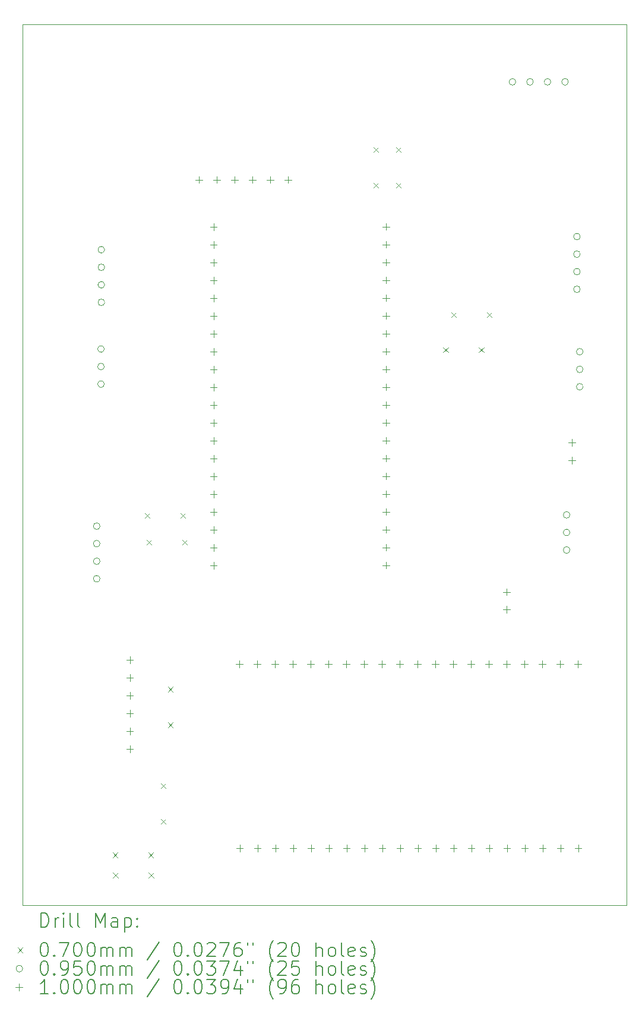
<source format=gbr>
%TF.GenerationSoftware,KiCad,Pcbnew,8.0.8-8.0.8-0~ubuntu24.04.1*%
%TF.CreationDate,2025-01-19T21:36:14-03:00*%
%TF.ProjectId,conection,636f6e65-6374-4696-9f6e-2e6b69636164,rev?*%
%TF.SameCoordinates,Original*%
%TF.FileFunction,Drillmap*%
%TF.FilePolarity,Positive*%
%FSLAX45Y45*%
G04 Gerber Fmt 4.5, Leading zero omitted, Abs format (unit mm)*
G04 Created by KiCad (PCBNEW 8.0.8-8.0.8-0~ubuntu24.04.1) date 2025-01-19 21:36:14*
%MOMM*%
%LPD*%
G01*
G04 APERTURE LIST*
%ADD10C,0.050000*%
%ADD11C,0.200000*%
%ADD12C,0.100000*%
G04 APERTURE END LIST*
D10*
X7698000Y-2830000D02*
X16305000Y-2830000D01*
X16305000Y-15380000D01*
X7698000Y-15380000D01*
X7698000Y-2830000D01*
D11*
D12*
X8980000Y-14632000D02*
X9050000Y-14702000D01*
X9050000Y-14632000D02*
X8980000Y-14702000D01*
X8985000Y-14919000D02*
X9055000Y-14989000D01*
X9055000Y-14919000D02*
X8985000Y-14989000D01*
X9435000Y-9796000D02*
X9505000Y-9866000D01*
X9505000Y-9796000D02*
X9435000Y-9866000D01*
X9464000Y-10177000D02*
X9534000Y-10247000D01*
X9534000Y-10177000D02*
X9464000Y-10247000D01*
X9488000Y-14632000D02*
X9558000Y-14702000D01*
X9558000Y-14632000D02*
X9488000Y-14702000D01*
X9493000Y-14919000D02*
X9563000Y-14989000D01*
X9563000Y-14919000D02*
X9493000Y-14989000D01*
X9663000Y-13646000D02*
X9733000Y-13716000D01*
X9733000Y-13646000D02*
X9663000Y-13716000D01*
X9663000Y-14154000D02*
X9733000Y-14224000D01*
X9733000Y-14154000D02*
X9663000Y-14224000D01*
X9770000Y-12269000D02*
X9840000Y-12339000D01*
X9840000Y-12269000D02*
X9770000Y-12339000D01*
X9770000Y-12777000D02*
X9840000Y-12847000D01*
X9840000Y-12777000D02*
X9770000Y-12847000D01*
X9943000Y-9796000D02*
X10013000Y-9866000D01*
X10013000Y-9796000D02*
X9943000Y-9866000D01*
X9972000Y-10177000D02*
X10042000Y-10247000D01*
X10042000Y-10177000D02*
X9972000Y-10247000D01*
X12700000Y-4577000D02*
X12770000Y-4647000D01*
X12770000Y-4577000D02*
X12700000Y-4647000D01*
X12700000Y-5085000D02*
X12770000Y-5155000D01*
X12770000Y-5085000D02*
X12700000Y-5155000D01*
X13020000Y-4576000D02*
X13090000Y-4646000D01*
X13090000Y-4576000D02*
X13020000Y-4646000D01*
X13020000Y-5084000D02*
X13090000Y-5154000D01*
X13090000Y-5084000D02*
X13020000Y-5154000D01*
X13691000Y-7433000D02*
X13761000Y-7503000D01*
X13761000Y-7433000D02*
X13691000Y-7503000D01*
X13804000Y-6931000D02*
X13874000Y-7001000D01*
X13874000Y-6931000D02*
X13804000Y-7001000D01*
X14199000Y-7433000D02*
X14269000Y-7503000D01*
X14269000Y-7433000D02*
X14199000Y-7503000D01*
X14312000Y-6931000D02*
X14382000Y-7001000D01*
X14382000Y-6931000D02*
X14312000Y-7001000D01*
X8798500Y-9979000D02*
G75*
G02*
X8703500Y-9979000I-47500J0D01*
G01*
X8703500Y-9979000D02*
G75*
G02*
X8798500Y-9979000I47500J0D01*
G01*
X8798500Y-10229000D02*
G75*
G02*
X8703500Y-10229000I-47500J0D01*
G01*
X8703500Y-10229000D02*
G75*
G02*
X8798500Y-10229000I47500J0D01*
G01*
X8798500Y-10479000D02*
G75*
G02*
X8703500Y-10479000I-47500J0D01*
G01*
X8703500Y-10479000D02*
G75*
G02*
X8798500Y-10479000I47500J0D01*
G01*
X8798500Y-10729000D02*
G75*
G02*
X8703500Y-10729000I-47500J0D01*
G01*
X8703500Y-10729000D02*
G75*
G02*
X8798500Y-10729000I47500J0D01*
G01*
X8859500Y-7454000D02*
G75*
G02*
X8764500Y-7454000I-47500J0D01*
G01*
X8764500Y-7454000D02*
G75*
G02*
X8859500Y-7454000I47500J0D01*
G01*
X8859500Y-7704000D02*
G75*
G02*
X8764500Y-7704000I-47500J0D01*
G01*
X8764500Y-7704000D02*
G75*
G02*
X8859500Y-7704000I47500J0D01*
G01*
X8859500Y-7954000D02*
G75*
G02*
X8764500Y-7954000I-47500J0D01*
G01*
X8764500Y-7954000D02*
G75*
G02*
X8859500Y-7954000I47500J0D01*
G01*
X8864500Y-6039000D02*
G75*
G02*
X8769500Y-6039000I-47500J0D01*
G01*
X8769500Y-6039000D02*
G75*
G02*
X8864500Y-6039000I47500J0D01*
G01*
X8864500Y-6289000D02*
G75*
G02*
X8769500Y-6289000I-47500J0D01*
G01*
X8769500Y-6289000D02*
G75*
G02*
X8864500Y-6289000I47500J0D01*
G01*
X8864500Y-6539000D02*
G75*
G02*
X8769500Y-6539000I-47500J0D01*
G01*
X8769500Y-6539000D02*
G75*
G02*
X8864500Y-6539000I47500J0D01*
G01*
X8864500Y-6789000D02*
G75*
G02*
X8769500Y-6789000I-47500J0D01*
G01*
X8769500Y-6789000D02*
G75*
G02*
X8864500Y-6789000I47500J0D01*
G01*
X14725500Y-3646000D02*
G75*
G02*
X14630500Y-3646000I-47500J0D01*
G01*
X14630500Y-3646000D02*
G75*
G02*
X14725500Y-3646000I47500J0D01*
G01*
X14975500Y-3646000D02*
G75*
G02*
X14880500Y-3646000I-47500J0D01*
G01*
X14880500Y-3646000D02*
G75*
G02*
X14975500Y-3646000I47500J0D01*
G01*
X15225500Y-3646000D02*
G75*
G02*
X15130500Y-3646000I-47500J0D01*
G01*
X15130500Y-3646000D02*
G75*
G02*
X15225500Y-3646000I47500J0D01*
G01*
X15475500Y-3646000D02*
G75*
G02*
X15380500Y-3646000I-47500J0D01*
G01*
X15380500Y-3646000D02*
G75*
G02*
X15475500Y-3646000I47500J0D01*
G01*
X15497500Y-9819000D02*
G75*
G02*
X15402500Y-9819000I-47500J0D01*
G01*
X15402500Y-9819000D02*
G75*
G02*
X15497500Y-9819000I47500J0D01*
G01*
X15497500Y-10069000D02*
G75*
G02*
X15402500Y-10069000I-47500J0D01*
G01*
X15402500Y-10069000D02*
G75*
G02*
X15497500Y-10069000I47500J0D01*
G01*
X15497500Y-10319000D02*
G75*
G02*
X15402500Y-10319000I-47500J0D01*
G01*
X15402500Y-10319000D02*
G75*
G02*
X15497500Y-10319000I47500J0D01*
G01*
X15644500Y-5852000D02*
G75*
G02*
X15549500Y-5852000I-47500J0D01*
G01*
X15549500Y-5852000D02*
G75*
G02*
X15644500Y-5852000I47500J0D01*
G01*
X15644500Y-6102000D02*
G75*
G02*
X15549500Y-6102000I-47500J0D01*
G01*
X15549500Y-6102000D02*
G75*
G02*
X15644500Y-6102000I47500J0D01*
G01*
X15644500Y-6352000D02*
G75*
G02*
X15549500Y-6352000I-47500J0D01*
G01*
X15549500Y-6352000D02*
G75*
G02*
X15644500Y-6352000I47500J0D01*
G01*
X15644500Y-6602000D02*
G75*
G02*
X15549500Y-6602000I-47500J0D01*
G01*
X15549500Y-6602000D02*
G75*
G02*
X15644500Y-6602000I47500J0D01*
G01*
X15684500Y-7493000D02*
G75*
G02*
X15589500Y-7493000I-47500J0D01*
G01*
X15589500Y-7493000D02*
G75*
G02*
X15684500Y-7493000I47500J0D01*
G01*
X15684500Y-7743000D02*
G75*
G02*
X15589500Y-7743000I-47500J0D01*
G01*
X15589500Y-7743000D02*
G75*
G02*
X15684500Y-7743000I47500J0D01*
G01*
X15684500Y-7993000D02*
G75*
G02*
X15589500Y-7993000I-47500J0D01*
G01*
X15589500Y-7993000D02*
G75*
G02*
X15684500Y-7993000I47500J0D01*
G01*
X9223000Y-11834000D02*
X9223000Y-11934000D01*
X9173000Y-11884000D02*
X9273000Y-11884000D01*
X9223000Y-12088000D02*
X9223000Y-12188000D01*
X9173000Y-12138000D02*
X9273000Y-12138000D01*
X9223000Y-12342000D02*
X9223000Y-12442000D01*
X9173000Y-12392000D02*
X9273000Y-12392000D01*
X9223000Y-12596000D02*
X9223000Y-12696000D01*
X9173000Y-12646000D02*
X9273000Y-12646000D01*
X9223000Y-12850000D02*
X9223000Y-12950000D01*
X9173000Y-12900000D02*
X9273000Y-12900000D01*
X9223000Y-13104000D02*
X9223000Y-13204000D01*
X9173000Y-13154000D02*
X9273000Y-13154000D01*
X10206000Y-4991000D02*
X10206000Y-5091000D01*
X10156000Y-5041000D02*
X10256000Y-5041000D01*
X10417000Y-5664000D02*
X10417000Y-5764000D01*
X10367000Y-5714000D02*
X10467000Y-5714000D01*
X10417000Y-5918000D02*
X10417000Y-6018000D01*
X10367000Y-5968000D02*
X10467000Y-5968000D01*
X10417000Y-6172000D02*
X10417000Y-6272000D01*
X10367000Y-6222000D02*
X10467000Y-6222000D01*
X10417000Y-6426000D02*
X10417000Y-6526000D01*
X10367000Y-6476000D02*
X10467000Y-6476000D01*
X10417000Y-6680000D02*
X10417000Y-6780000D01*
X10367000Y-6730000D02*
X10467000Y-6730000D01*
X10417000Y-6934000D02*
X10417000Y-7034000D01*
X10367000Y-6984000D02*
X10467000Y-6984000D01*
X10417000Y-7188000D02*
X10417000Y-7288000D01*
X10367000Y-7238000D02*
X10467000Y-7238000D01*
X10417000Y-7442000D02*
X10417000Y-7542000D01*
X10367000Y-7492000D02*
X10467000Y-7492000D01*
X10417000Y-7696000D02*
X10417000Y-7796000D01*
X10367000Y-7746000D02*
X10467000Y-7746000D01*
X10417000Y-7950000D02*
X10417000Y-8050000D01*
X10367000Y-8000000D02*
X10467000Y-8000000D01*
X10417000Y-8204000D02*
X10417000Y-8304000D01*
X10367000Y-8254000D02*
X10467000Y-8254000D01*
X10417000Y-8458000D02*
X10417000Y-8558000D01*
X10367000Y-8508000D02*
X10467000Y-8508000D01*
X10417000Y-8712000D02*
X10417000Y-8812000D01*
X10367000Y-8762000D02*
X10467000Y-8762000D01*
X10417000Y-8966000D02*
X10417000Y-9066000D01*
X10367000Y-9016000D02*
X10467000Y-9016000D01*
X10417000Y-9220000D02*
X10417000Y-9320000D01*
X10367000Y-9270000D02*
X10467000Y-9270000D01*
X10417000Y-9474000D02*
X10417000Y-9574000D01*
X10367000Y-9524000D02*
X10467000Y-9524000D01*
X10417000Y-9728000D02*
X10417000Y-9828000D01*
X10367000Y-9778000D02*
X10467000Y-9778000D01*
X10417000Y-9982000D02*
X10417000Y-10082000D01*
X10367000Y-10032000D02*
X10467000Y-10032000D01*
X10417000Y-10236000D02*
X10417000Y-10336000D01*
X10367000Y-10286000D02*
X10467000Y-10286000D01*
X10417000Y-10490000D02*
X10417000Y-10590000D01*
X10367000Y-10540000D02*
X10467000Y-10540000D01*
X10460000Y-4991000D02*
X10460000Y-5091000D01*
X10410000Y-5041000D02*
X10510000Y-5041000D01*
X10714000Y-4991000D02*
X10714000Y-5091000D01*
X10664000Y-5041000D02*
X10764000Y-5041000D01*
X10785000Y-11898000D02*
X10785000Y-11998000D01*
X10735000Y-11948000D02*
X10835000Y-11948000D01*
X10789000Y-14520000D02*
X10789000Y-14620000D01*
X10739000Y-14570000D02*
X10839000Y-14570000D01*
X10968000Y-4991000D02*
X10968000Y-5091000D01*
X10918000Y-5041000D02*
X11018000Y-5041000D01*
X11039000Y-11898000D02*
X11039000Y-11998000D01*
X10989000Y-11948000D02*
X11089000Y-11948000D01*
X11043000Y-14520000D02*
X11043000Y-14620000D01*
X10993000Y-14570000D02*
X11093000Y-14570000D01*
X11222000Y-4991000D02*
X11222000Y-5091000D01*
X11172000Y-5041000D02*
X11272000Y-5041000D01*
X11293000Y-11898000D02*
X11293000Y-11998000D01*
X11243000Y-11948000D02*
X11343000Y-11948000D01*
X11297000Y-14520000D02*
X11297000Y-14620000D01*
X11247000Y-14570000D02*
X11347000Y-14570000D01*
X11476000Y-4991000D02*
X11476000Y-5091000D01*
X11426000Y-5041000D02*
X11526000Y-5041000D01*
X11547000Y-11898000D02*
X11547000Y-11998000D01*
X11497000Y-11948000D02*
X11597000Y-11948000D01*
X11551000Y-14520000D02*
X11551000Y-14620000D01*
X11501000Y-14570000D02*
X11601000Y-14570000D01*
X11801000Y-11898000D02*
X11801000Y-11998000D01*
X11751000Y-11948000D02*
X11851000Y-11948000D01*
X11805000Y-14520000D02*
X11805000Y-14620000D01*
X11755000Y-14570000D02*
X11855000Y-14570000D01*
X12055000Y-11898000D02*
X12055000Y-11998000D01*
X12005000Y-11948000D02*
X12105000Y-11948000D01*
X12059000Y-14520000D02*
X12059000Y-14620000D01*
X12009000Y-14570000D02*
X12109000Y-14570000D01*
X12309000Y-11898000D02*
X12309000Y-11998000D01*
X12259000Y-11948000D02*
X12359000Y-11948000D01*
X12313000Y-14520000D02*
X12313000Y-14620000D01*
X12263000Y-14570000D02*
X12363000Y-14570000D01*
X12563000Y-11898000D02*
X12563000Y-11998000D01*
X12513000Y-11948000D02*
X12613000Y-11948000D01*
X12567000Y-14520000D02*
X12567000Y-14620000D01*
X12517000Y-14570000D02*
X12617000Y-14570000D01*
X12817000Y-11898000D02*
X12817000Y-11998000D01*
X12767000Y-11948000D02*
X12867000Y-11948000D01*
X12821000Y-14520000D02*
X12821000Y-14620000D01*
X12771000Y-14570000D02*
X12871000Y-14570000D01*
X12878000Y-5660000D02*
X12878000Y-5760000D01*
X12828000Y-5710000D02*
X12928000Y-5710000D01*
X12878000Y-5914000D02*
X12878000Y-6014000D01*
X12828000Y-5964000D02*
X12928000Y-5964000D01*
X12878000Y-6168000D02*
X12878000Y-6268000D01*
X12828000Y-6218000D02*
X12928000Y-6218000D01*
X12878000Y-6422000D02*
X12878000Y-6522000D01*
X12828000Y-6472000D02*
X12928000Y-6472000D01*
X12878000Y-6676000D02*
X12878000Y-6776000D01*
X12828000Y-6726000D02*
X12928000Y-6726000D01*
X12878000Y-6930000D02*
X12878000Y-7030000D01*
X12828000Y-6980000D02*
X12928000Y-6980000D01*
X12878000Y-7184000D02*
X12878000Y-7284000D01*
X12828000Y-7234000D02*
X12928000Y-7234000D01*
X12878000Y-7438000D02*
X12878000Y-7538000D01*
X12828000Y-7488000D02*
X12928000Y-7488000D01*
X12878000Y-7692000D02*
X12878000Y-7792000D01*
X12828000Y-7742000D02*
X12928000Y-7742000D01*
X12878000Y-7946000D02*
X12878000Y-8046000D01*
X12828000Y-7996000D02*
X12928000Y-7996000D01*
X12878000Y-8200000D02*
X12878000Y-8300000D01*
X12828000Y-8250000D02*
X12928000Y-8250000D01*
X12878000Y-8454000D02*
X12878000Y-8554000D01*
X12828000Y-8504000D02*
X12928000Y-8504000D01*
X12878000Y-8708000D02*
X12878000Y-8808000D01*
X12828000Y-8758000D02*
X12928000Y-8758000D01*
X12878000Y-8962000D02*
X12878000Y-9062000D01*
X12828000Y-9012000D02*
X12928000Y-9012000D01*
X12878000Y-9216000D02*
X12878000Y-9316000D01*
X12828000Y-9266000D02*
X12928000Y-9266000D01*
X12878000Y-9470000D02*
X12878000Y-9570000D01*
X12828000Y-9520000D02*
X12928000Y-9520000D01*
X12878000Y-9724000D02*
X12878000Y-9824000D01*
X12828000Y-9774000D02*
X12928000Y-9774000D01*
X12878000Y-9978000D02*
X12878000Y-10078000D01*
X12828000Y-10028000D02*
X12928000Y-10028000D01*
X12878000Y-10232000D02*
X12878000Y-10332000D01*
X12828000Y-10282000D02*
X12928000Y-10282000D01*
X12878000Y-10486000D02*
X12878000Y-10586000D01*
X12828000Y-10536000D02*
X12928000Y-10536000D01*
X13071000Y-11898000D02*
X13071000Y-11998000D01*
X13021000Y-11948000D02*
X13121000Y-11948000D01*
X13075000Y-14520000D02*
X13075000Y-14620000D01*
X13025000Y-14570000D02*
X13125000Y-14570000D01*
X13325000Y-11898000D02*
X13325000Y-11998000D01*
X13275000Y-11948000D02*
X13375000Y-11948000D01*
X13329000Y-14520000D02*
X13329000Y-14620000D01*
X13279000Y-14570000D02*
X13379000Y-14570000D01*
X13579000Y-11898000D02*
X13579000Y-11998000D01*
X13529000Y-11948000D02*
X13629000Y-11948000D01*
X13583000Y-14520000D02*
X13583000Y-14620000D01*
X13533000Y-14570000D02*
X13633000Y-14570000D01*
X13833000Y-11898000D02*
X13833000Y-11998000D01*
X13783000Y-11948000D02*
X13883000Y-11948000D01*
X13837000Y-14520000D02*
X13837000Y-14620000D01*
X13787000Y-14570000D02*
X13887000Y-14570000D01*
X14087000Y-11898000D02*
X14087000Y-11998000D01*
X14037000Y-11948000D02*
X14137000Y-11948000D01*
X14091000Y-14520000D02*
X14091000Y-14620000D01*
X14041000Y-14570000D02*
X14141000Y-14570000D01*
X14341000Y-11898000D02*
X14341000Y-11998000D01*
X14291000Y-11948000D02*
X14391000Y-11948000D01*
X14345000Y-14520000D02*
X14345000Y-14620000D01*
X14295000Y-14570000D02*
X14395000Y-14570000D01*
X14595000Y-11898000D02*
X14595000Y-11998000D01*
X14545000Y-11948000D02*
X14645000Y-11948000D01*
X14598000Y-10867000D02*
X14598000Y-10967000D01*
X14548000Y-10917000D02*
X14648000Y-10917000D01*
X14598000Y-11117000D02*
X14598000Y-11217000D01*
X14548000Y-11167000D02*
X14648000Y-11167000D01*
X14599000Y-14520000D02*
X14599000Y-14620000D01*
X14549000Y-14570000D02*
X14649000Y-14570000D01*
X14849000Y-11898000D02*
X14849000Y-11998000D01*
X14799000Y-11948000D02*
X14899000Y-11948000D01*
X14853000Y-14520000D02*
X14853000Y-14620000D01*
X14803000Y-14570000D02*
X14903000Y-14570000D01*
X15103000Y-11898000D02*
X15103000Y-11998000D01*
X15053000Y-11948000D02*
X15153000Y-11948000D01*
X15107000Y-14520000D02*
X15107000Y-14620000D01*
X15057000Y-14570000D02*
X15157000Y-14570000D01*
X15357000Y-11898000D02*
X15357000Y-11998000D01*
X15307000Y-11948000D02*
X15407000Y-11948000D01*
X15361000Y-14520000D02*
X15361000Y-14620000D01*
X15311000Y-14570000D02*
X15411000Y-14570000D01*
X15529000Y-8740000D02*
X15529000Y-8840000D01*
X15479000Y-8790000D02*
X15579000Y-8790000D01*
X15529000Y-8990000D02*
X15529000Y-9090000D01*
X15479000Y-9040000D02*
X15579000Y-9040000D01*
X15611000Y-11898000D02*
X15611000Y-11998000D01*
X15561000Y-11948000D02*
X15661000Y-11948000D01*
X15615000Y-14520000D02*
X15615000Y-14620000D01*
X15565000Y-14570000D02*
X15665000Y-14570000D01*
D11*
X7956277Y-15693984D02*
X7956277Y-15493984D01*
X7956277Y-15493984D02*
X8003896Y-15493984D01*
X8003896Y-15493984D02*
X8032467Y-15503508D01*
X8032467Y-15503508D02*
X8051515Y-15522555D01*
X8051515Y-15522555D02*
X8061039Y-15541603D01*
X8061039Y-15541603D02*
X8070562Y-15579698D01*
X8070562Y-15579698D02*
X8070562Y-15608269D01*
X8070562Y-15608269D02*
X8061039Y-15646365D01*
X8061039Y-15646365D02*
X8051515Y-15665412D01*
X8051515Y-15665412D02*
X8032467Y-15684460D01*
X8032467Y-15684460D02*
X8003896Y-15693984D01*
X8003896Y-15693984D02*
X7956277Y-15693984D01*
X8156277Y-15693984D02*
X8156277Y-15560650D01*
X8156277Y-15598746D02*
X8165801Y-15579698D01*
X8165801Y-15579698D02*
X8175324Y-15570174D01*
X8175324Y-15570174D02*
X8194372Y-15560650D01*
X8194372Y-15560650D02*
X8213420Y-15560650D01*
X8280086Y-15693984D02*
X8280086Y-15560650D01*
X8280086Y-15493984D02*
X8270562Y-15503508D01*
X8270562Y-15503508D02*
X8280086Y-15513031D01*
X8280086Y-15513031D02*
X8289610Y-15503508D01*
X8289610Y-15503508D02*
X8280086Y-15493984D01*
X8280086Y-15493984D02*
X8280086Y-15513031D01*
X8403896Y-15693984D02*
X8384848Y-15684460D01*
X8384848Y-15684460D02*
X8375324Y-15665412D01*
X8375324Y-15665412D02*
X8375324Y-15493984D01*
X8508658Y-15693984D02*
X8489610Y-15684460D01*
X8489610Y-15684460D02*
X8480086Y-15665412D01*
X8480086Y-15665412D02*
X8480086Y-15493984D01*
X8737229Y-15693984D02*
X8737229Y-15493984D01*
X8737229Y-15493984D02*
X8803896Y-15636841D01*
X8803896Y-15636841D02*
X8870563Y-15493984D01*
X8870563Y-15493984D02*
X8870563Y-15693984D01*
X9051515Y-15693984D02*
X9051515Y-15589222D01*
X9051515Y-15589222D02*
X9041991Y-15570174D01*
X9041991Y-15570174D02*
X9022944Y-15560650D01*
X9022944Y-15560650D02*
X8984848Y-15560650D01*
X8984848Y-15560650D02*
X8965801Y-15570174D01*
X9051515Y-15684460D02*
X9032467Y-15693984D01*
X9032467Y-15693984D02*
X8984848Y-15693984D01*
X8984848Y-15693984D02*
X8965801Y-15684460D01*
X8965801Y-15684460D02*
X8956277Y-15665412D01*
X8956277Y-15665412D02*
X8956277Y-15646365D01*
X8956277Y-15646365D02*
X8965801Y-15627317D01*
X8965801Y-15627317D02*
X8984848Y-15617793D01*
X8984848Y-15617793D02*
X9032467Y-15617793D01*
X9032467Y-15617793D02*
X9051515Y-15608269D01*
X9146753Y-15560650D02*
X9146753Y-15760650D01*
X9146753Y-15570174D02*
X9165801Y-15560650D01*
X9165801Y-15560650D02*
X9203896Y-15560650D01*
X9203896Y-15560650D02*
X9222944Y-15570174D01*
X9222944Y-15570174D02*
X9232467Y-15579698D01*
X9232467Y-15579698D02*
X9241991Y-15598746D01*
X9241991Y-15598746D02*
X9241991Y-15655888D01*
X9241991Y-15655888D02*
X9232467Y-15674936D01*
X9232467Y-15674936D02*
X9222944Y-15684460D01*
X9222944Y-15684460D02*
X9203896Y-15693984D01*
X9203896Y-15693984D02*
X9165801Y-15693984D01*
X9165801Y-15693984D02*
X9146753Y-15684460D01*
X9327705Y-15674936D02*
X9337229Y-15684460D01*
X9337229Y-15684460D02*
X9327705Y-15693984D01*
X9327705Y-15693984D02*
X9318182Y-15684460D01*
X9318182Y-15684460D02*
X9327705Y-15674936D01*
X9327705Y-15674936D02*
X9327705Y-15693984D01*
X9327705Y-15570174D02*
X9337229Y-15579698D01*
X9337229Y-15579698D02*
X9327705Y-15589222D01*
X9327705Y-15589222D02*
X9318182Y-15579698D01*
X9318182Y-15579698D02*
X9327705Y-15570174D01*
X9327705Y-15570174D02*
X9327705Y-15589222D01*
D12*
X7625500Y-15987500D02*
X7695500Y-16057500D01*
X7695500Y-15987500D02*
X7625500Y-16057500D01*
D11*
X7994372Y-15913984D02*
X8013420Y-15913984D01*
X8013420Y-15913984D02*
X8032467Y-15923508D01*
X8032467Y-15923508D02*
X8041991Y-15933031D01*
X8041991Y-15933031D02*
X8051515Y-15952079D01*
X8051515Y-15952079D02*
X8061039Y-15990174D01*
X8061039Y-15990174D02*
X8061039Y-16037793D01*
X8061039Y-16037793D02*
X8051515Y-16075888D01*
X8051515Y-16075888D02*
X8041991Y-16094936D01*
X8041991Y-16094936D02*
X8032467Y-16104460D01*
X8032467Y-16104460D02*
X8013420Y-16113984D01*
X8013420Y-16113984D02*
X7994372Y-16113984D01*
X7994372Y-16113984D02*
X7975324Y-16104460D01*
X7975324Y-16104460D02*
X7965801Y-16094936D01*
X7965801Y-16094936D02*
X7956277Y-16075888D01*
X7956277Y-16075888D02*
X7946753Y-16037793D01*
X7946753Y-16037793D02*
X7946753Y-15990174D01*
X7946753Y-15990174D02*
X7956277Y-15952079D01*
X7956277Y-15952079D02*
X7965801Y-15933031D01*
X7965801Y-15933031D02*
X7975324Y-15923508D01*
X7975324Y-15923508D02*
X7994372Y-15913984D01*
X8146753Y-16094936D02*
X8156277Y-16104460D01*
X8156277Y-16104460D02*
X8146753Y-16113984D01*
X8146753Y-16113984D02*
X8137229Y-16104460D01*
X8137229Y-16104460D02*
X8146753Y-16094936D01*
X8146753Y-16094936D02*
X8146753Y-16113984D01*
X8222943Y-15913984D02*
X8356277Y-15913984D01*
X8356277Y-15913984D02*
X8270562Y-16113984D01*
X8470563Y-15913984D02*
X8489610Y-15913984D01*
X8489610Y-15913984D02*
X8508658Y-15923508D01*
X8508658Y-15923508D02*
X8518182Y-15933031D01*
X8518182Y-15933031D02*
X8527705Y-15952079D01*
X8527705Y-15952079D02*
X8537229Y-15990174D01*
X8537229Y-15990174D02*
X8537229Y-16037793D01*
X8537229Y-16037793D02*
X8527705Y-16075888D01*
X8527705Y-16075888D02*
X8518182Y-16094936D01*
X8518182Y-16094936D02*
X8508658Y-16104460D01*
X8508658Y-16104460D02*
X8489610Y-16113984D01*
X8489610Y-16113984D02*
X8470563Y-16113984D01*
X8470563Y-16113984D02*
X8451515Y-16104460D01*
X8451515Y-16104460D02*
X8441991Y-16094936D01*
X8441991Y-16094936D02*
X8432467Y-16075888D01*
X8432467Y-16075888D02*
X8422944Y-16037793D01*
X8422944Y-16037793D02*
X8422944Y-15990174D01*
X8422944Y-15990174D02*
X8432467Y-15952079D01*
X8432467Y-15952079D02*
X8441991Y-15933031D01*
X8441991Y-15933031D02*
X8451515Y-15923508D01*
X8451515Y-15923508D02*
X8470563Y-15913984D01*
X8661039Y-15913984D02*
X8680086Y-15913984D01*
X8680086Y-15913984D02*
X8699134Y-15923508D01*
X8699134Y-15923508D02*
X8708658Y-15933031D01*
X8708658Y-15933031D02*
X8718182Y-15952079D01*
X8718182Y-15952079D02*
X8727705Y-15990174D01*
X8727705Y-15990174D02*
X8727705Y-16037793D01*
X8727705Y-16037793D02*
X8718182Y-16075888D01*
X8718182Y-16075888D02*
X8708658Y-16094936D01*
X8708658Y-16094936D02*
X8699134Y-16104460D01*
X8699134Y-16104460D02*
X8680086Y-16113984D01*
X8680086Y-16113984D02*
X8661039Y-16113984D01*
X8661039Y-16113984D02*
X8641991Y-16104460D01*
X8641991Y-16104460D02*
X8632467Y-16094936D01*
X8632467Y-16094936D02*
X8622944Y-16075888D01*
X8622944Y-16075888D02*
X8613420Y-16037793D01*
X8613420Y-16037793D02*
X8613420Y-15990174D01*
X8613420Y-15990174D02*
X8622944Y-15952079D01*
X8622944Y-15952079D02*
X8632467Y-15933031D01*
X8632467Y-15933031D02*
X8641991Y-15923508D01*
X8641991Y-15923508D02*
X8661039Y-15913984D01*
X8813420Y-16113984D02*
X8813420Y-15980650D01*
X8813420Y-15999698D02*
X8822944Y-15990174D01*
X8822944Y-15990174D02*
X8841991Y-15980650D01*
X8841991Y-15980650D02*
X8870563Y-15980650D01*
X8870563Y-15980650D02*
X8889610Y-15990174D01*
X8889610Y-15990174D02*
X8899134Y-16009222D01*
X8899134Y-16009222D02*
X8899134Y-16113984D01*
X8899134Y-16009222D02*
X8908658Y-15990174D01*
X8908658Y-15990174D02*
X8927705Y-15980650D01*
X8927705Y-15980650D02*
X8956277Y-15980650D01*
X8956277Y-15980650D02*
X8975325Y-15990174D01*
X8975325Y-15990174D02*
X8984848Y-16009222D01*
X8984848Y-16009222D02*
X8984848Y-16113984D01*
X9080086Y-16113984D02*
X9080086Y-15980650D01*
X9080086Y-15999698D02*
X9089610Y-15990174D01*
X9089610Y-15990174D02*
X9108658Y-15980650D01*
X9108658Y-15980650D02*
X9137229Y-15980650D01*
X9137229Y-15980650D02*
X9156277Y-15990174D01*
X9156277Y-15990174D02*
X9165801Y-16009222D01*
X9165801Y-16009222D02*
X9165801Y-16113984D01*
X9165801Y-16009222D02*
X9175325Y-15990174D01*
X9175325Y-15990174D02*
X9194372Y-15980650D01*
X9194372Y-15980650D02*
X9222944Y-15980650D01*
X9222944Y-15980650D02*
X9241991Y-15990174D01*
X9241991Y-15990174D02*
X9251515Y-16009222D01*
X9251515Y-16009222D02*
X9251515Y-16113984D01*
X9641991Y-15904460D02*
X9470563Y-16161603D01*
X9899134Y-15913984D02*
X9918182Y-15913984D01*
X9918182Y-15913984D02*
X9937229Y-15923508D01*
X9937229Y-15923508D02*
X9946753Y-15933031D01*
X9946753Y-15933031D02*
X9956277Y-15952079D01*
X9956277Y-15952079D02*
X9965801Y-15990174D01*
X9965801Y-15990174D02*
X9965801Y-16037793D01*
X9965801Y-16037793D02*
X9956277Y-16075888D01*
X9956277Y-16075888D02*
X9946753Y-16094936D01*
X9946753Y-16094936D02*
X9937229Y-16104460D01*
X9937229Y-16104460D02*
X9918182Y-16113984D01*
X9918182Y-16113984D02*
X9899134Y-16113984D01*
X9899134Y-16113984D02*
X9880087Y-16104460D01*
X9880087Y-16104460D02*
X9870563Y-16094936D01*
X9870563Y-16094936D02*
X9861039Y-16075888D01*
X9861039Y-16075888D02*
X9851515Y-16037793D01*
X9851515Y-16037793D02*
X9851515Y-15990174D01*
X9851515Y-15990174D02*
X9861039Y-15952079D01*
X9861039Y-15952079D02*
X9870563Y-15933031D01*
X9870563Y-15933031D02*
X9880087Y-15923508D01*
X9880087Y-15923508D02*
X9899134Y-15913984D01*
X10051515Y-16094936D02*
X10061039Y-16104460D01*
X10061039Y-16104460D02*
X10051515Y-16113984D01*
X10051515Y-16113984D02*
X10041991Y-16104460D01*
X10041991Y-16104460D02*
X10051515Y-16094936D01*
X10051515Y-16094936D02*
X10051515Y-16113984D01*
X10184848Y-15913984D02*
X10203896Y-15913984D01*
X10203896Y-15913984D02*
X10222944Y-15923508D01*
X10222944Y-15923508D02*
X10232468Y-15933031D01*
X10232468Y-15933031D02*
X10241991Y-15952079D01*
X10241991Y-15952079D02*
X10251515Y-15990174D01*
X10251515Y-15990174D02*
X10251515Y-16037793D01*
X10251515Y-16037793D02*
X10241991Y-16075888D01*
X10241991Y-16075888D02*
X10232468Y-16094936D01*
X10232468Y-16094936D02*
X10222944Y-16104460D01*
X10222944Y-16104460D02*
X10203896Y-16113984D01*
X10203896Y-16113984D02*
X10184848Y-16113984D01*
X10184848Y-16113984D02*
X10165801Y-16104460D01*
X10165801Y-16104460D02*
X10156277Y-16094936D01*
X10156277Y-16094936D02*
X10146753Y-16075888D01*
X10146753Y-16075888D02*
X10137229Y-16037793D01*
X10137229Y-16037793D02*
X10137229Y-15990174D01*
X10137229Y-15990174D02*
X10146753Y-15952079D01*
X10146753Y-15952079D02*
X10156277Y-15933031D01*
X10156277Y-15933031D02*
X10165801Y-15923508D01*
X10165801Y-15923508D02*
X10184848Y-15913984D01*
X10327706Y-15933031D02*
X10337229Y-15923508D01*
X10337229Y-15923508D02*
X10356277Y-15913984D01*
X10356277Y-15913984D02*
X10403896Y-15913984D01*
X10403896Y-15913984D02*
X10422944Y-15923508D01*
X10422944Y-15923508D02*
X10432468Y-15933031D01*
X10432468Y-15933031D02*
X10441991Y-15952079D01*
X10441991Y-15952079D02*
X10441991Y-15971127D01*
X10441991Y-15971127D02*
X10432468Y-15999698D01*
X10432468Y-15999698D02*
X10318182Y-16113984D01*
X10318182Y-16113984D02*
X10441991Y-16113984D01*
X10508658Y-15913984D02*
X10641991Y-15913984D01*
X10641991Y-15913984D02*
X10556277Y-16113984D01*
X10803896Y-15913984D02*
X10765801Y-15913984D01*
X10765801Y-15913984D02*
X10746753Y-15923508D01*
X10746753Y-15923508D02*
X10737229Y-15933031D01*
X10737229Y-15933031D02*
X10718182Y-15961603D01*
X10718182Y-15961603D02*
X10708658Y-15999698D01*
X10708658Y-15999698D02*
X10708658Y-16075888D01*
X10708658Y-16075888D02*
X10718182Y-16094936D01*
X10718182Y-16094936D02*
X10727706Y-16104460D01*
X10727706Y-16104460D02*
X10746753Y-16113984D01*
X10746753Y-16113984D02*
X10784849Y-16113984D01*
X10784849Y-16113984D02*
X10803896Y-16104460D01*
X10803896Y-16104460D02*
X10813420Y-16094936D01*
X10813420Y-16094936D02*
X10822944Y-16075888D01*
X10822944Y-16075888D02*
X10822944Y-16028269D01*
X10822944Y-16028269D02*
X10813420Y-16009222D01*
X10813420Y-16009222D02*
X10803896Y-15999698D01*
X10803896Y-15999698D02*
X10784849Y-15990174D01*
X10784849Y-15990174D02*
X10746753Y-15990174D01*
X10746753Y-15990174D02*
X10727706Y-15999698D01*
X10727706Y-15999698D02*
X10718182Y-16009222D01*
X10718182Y-16009222D02*
X10708658Y-16028269D01*
X10899134Y-15913984D02*
X10899134Y-15952079D01*
X10975325Y-15913984D02*
X10975325Y-15952079D01*
X11270563Y-16190174D02*
X11261039Y-16180650D01*
X11261039Y-16180650D02*
X11241991Y-16152079D01*
X11241991Y-16152079D02*
X11232468Y-16133031D01*
X11232468Y-16133031D02*
X11222944Y-16104460D01*
X11222944Y-16104460D02*
X11213420Y-16056841D01*
X11213420Y-16056841D02*
X11213420Y-16018746D01*
X11213420Y-16018746D02*
X11222944Y-15971127D01*
X11222944Y-15971127D02*
X11232468Y-15942555D01*
X11232468Y-15942555D02*
X11241991Y-15923508D01*
X11241991Y-15923508D02*
X11261039Y-15894936D01*
X11261039Y-15894936D02*
X11270563Y-15885412D01*
X11337229Y-15933031D02*
X11346753Y-15923508D01*
X11346753Y-15923508D02*
X11365801Y-15913984D01*
X11365801Y-15913984D02*
X11413420Y-15913984D01*
X11413420Y-15913984D02*
X11432468Y-15923508D01*
X11432468Y-15923508D02*
X11441991Y-15933031D01*
X11441991Y-15933031D02*
X11451515Y-15952079D01*
X11451515Y-15952079D02*
X11451515Y-15971127D01*
X11451515Y-15971127D02*
X11441991Y-15999698D01*
X11441991Y-15999698D02*
X11327706Y-16113984D01*
X11327706Y-16113984D02*
X11451515Y-16113984D01*
X11575325Y-15913984D02*
X11594372Y-15913984D01*
X11594372Y-15913984D02*
X11613420Y-15923508D01*
X11613420Y-15923508D02*
X11622944Y-15933031D01*
X11622944Y-15933031D02*
X11632468Y-15952079D01*
X11632468Y-15952079D02*
X11641991Y-15990174D01*
X11641991Y-15990174D02*
X11641991Y-16037793D01*
X11641991Y-16037793D02*
X11632468Y-16075888D01*
X11632468Y-16075888D02*
X11622944Y-16094936D01*
X11622944Y-16094936D02*
X11613420Y-16104460D01*
X11613420Y-16104460D02*
X11594372Y-16113984D01*
X11594372Y-16113984D02*
X11575325Y-16113984D01*
X11575325Y-16113984D02*
X11556277Y-16104460D01*
X11556277Y-16104460D02*
X11546753Y-16094936D01*
X11546753Y-16094936D02*
X11537229Y-16075888D01*
X11537229Y-16075888D02*
X11527706Y-16037793D01*
X11527706Y-16037793D02*
X11527706Y-15990174D01*
X11527706Y-15990174D02*
X11537229Y-15952079D01*
X11537229Y-15952079D02*
X11546753Y-15933031D01*
X11546753Y-15933031D02*
X11556277Y-15923508D01*
X11556277Y-15923508D02*
X11575325Y-15913984D01*
X11880087Y-16113984D02*
X11880087Y-15913984D01*
X11965801Y-16113984D02*
X11965801Y-16009222D01*
X11965801Y-16009222D02*
X11956277Y-15990174D01*
X11956277Y-15990174D02*
X11937230Y-15980650D01*
X11937230Y-15980650D02*
X11908658Y-15980650D01*
X11908658Y-15980650D02*
X11889610Y-15990174D01*
X11889610Y-15990174D02*
X11880087Y-15999698D01*
X12089610Y-16113984D02*
X12070563Y-16104460D01*
X12070563Y-16104460D02*
X12061039Y-16094936D01*
X12061039Y-16094936D02*
X12051515Y-16075888D01*
X12051515Y-16075888D02*
X12051515Y-16018746D01*
X12051515Y-16018746D02*
X12061039Y-15999698D01*
X12061039Y-15999698D02*
X12070563Y-15990174D01*
X12070563Y-15990174D02*
X12089610Y-15980650D01*
X12089610Y-15980650D02*
X12118182Y-15980650D01*
X12118182Y-15980650D02*
X12137230Y-15990174D01*
X12137230Y-15990174D02*
X12146753Y-15999698D01*
X12146753Y-15999698D02*
X12156277Y-16018746D01*
X12156277Y-16018746D02*
X12156277Y-16075888D01*
X12156277Y-16075888D02*
X12146753Y-16094936D01*
X12146753Y-16094936D02*
X12137230Y-16104460D01*
X12137230Y-16104460D02*
X12118182Y-16113984D01*
X12118182Y-16113984D02*
X12089610Y-16113984D01*
X12270563Y-16113984D02*
X12251515Y-16104460D01*
X12251515Y-16104460D02*
X12241991Y-16085412D01*
X12241991Y-16085412D02*
X12241991Y-15913984D01*
X12422944Y-16104460D02*
X12403896Y-16113984D01*
X12403896Y-16113984D02*
X12365801Y-16113984D01*
X12365801Y-16113984D02*
X12346753Y-16104460D01*
X12346753Y-16104460D02*
X12337230Y-16085412D01*
X12337230Y-16085412D02*
X12337230Y-16009222D01*
X12337230Y-16009222D02*
X12346753Y-15990174D01*
X12346753Y-15990174D02*
X12365801Y-15980650D01*
X12365801Y-15980650D02*
X12403896Y-15980650D01*
X12403896Y-15980650D02*
X12422944Y-15990174D01*
X12422944Y-15990174D02*
X12432468Y-16009222D01*
X12432468Y-16009222D02*
X12432468Y-16028269D01*
X12432468Y-16028269D02*
X12337230Y-16047317D01*
X12508658Y-16104460D02*
X12527706Y-16113984D01*
X12527706Y-16113984D02*
X12565801Y-16113984D01*
X12565801Y-16113984D02*
X12584849Y-16104460D01*
X12584849Y-16104460D02*
X12594372Y-16085412D01*
X12594372Y-16085412D02*
X12594372Y-16075888D01*
X12594372Y-16075888D02*
X12584849Y-16056841D01*
X12584849Y-16056841D02*
X12565801Y-16047317D01*
X12565801Y-16047317D02*
X12537230Y-16047317D01*
X12537230Y-16047317D02*
X12518182Y-16037793D01*
X12518182Y-16037793D02*
X12508658Y-16018746D01*
X12508658Y-16018746D02*
X12508658Y-16009222D01*
X12508658Y-16009222D02*
X12518182Y-15990174D01*
X12518182Y-15990174D02*
X12537230Y-15980650D01*
X12537230Y-15980650D02*
X12565801Y-15980650D01*
X12565801Y-15980650D02*
X12584849Y-15990174D01*
X12661039Y-16190174D02*
X12670563Y-16180650D01*
X12670563Y-16180650D02*
X12689611Y-16152079D01*
X12689611Y-16152079D02*
X12699134Y-16133031D01*
X12699134Y-16133031D02*
X12708658Y-16104460D01*
X12708658Y-16104460D02*
X12718182Y-16056841D01*
X12718182Y-16056841D02*
X12718182Y-16018746D01*
X12718182Y-16018746D02*
X12708658Y-15971127D01*
X12708658Y-15971127D02*
X12699134Y-15942555D01*
X12699134Y-15942555D02*
X12689611Y-15923508D01*
X12689611Y-15923508D02*
X12670563Y-15894936D01*
X12670563Y-15894936D02*
X12661039Y-15885412D01*
D12*
X7695500Y-16286500D02*
G75*
G02*
X7600500Y-16286500I-47500J0D01*
G01*
X7600500Y-16286500D02*
G75*
G02*
X7695500Y-16286500I47500J0D01*
G01*
D11*
X7994372Y-16177984D02*
X8013420Y-16177984D01*
X8013420Y-16177984D02*
X8032467Y-16187508D01*
X8032467Y-16187508D02*
X8041991Y-16197031D01*
X8041991Y-16197031D02*
X8051515Y-16216079D01*
X8051515Y-16216079D02*
X8061039Y-16254174D01*
X8061039Y-16254174D02*
X8061039Y-16301793D01*
X8061039Y-16301793D02*
X8051515Y-16339888D01*
X8051515Y-16339888D02*
X8041991Y-16358936D01*
X8041991Y-16358936D02*
X8032467Y-16368460D01*
X8032467Y-16368460D02*
X8013420Y-16377984D01*
X8013420Y-16377984D02*
X7994372Y-16377984D01*
X7994372Y-16377984D02*
X7975324Y-16368460D01*
X7975324Y-16368460D02*
X7965801Y-16358936D01*
X7965801Y-16358936D02*
X7956277Y-16339888D01*
X7956277Y-16339888D02*
X7946753Y-16301793D01*
X7946753Y-16301793D02*
X7946753Y-16254174D01*
X7946753Y-16254174D02*
X7956277Y-16216079D01*
X7956277Y-16216079D02*
X7965801Y-16197031D01*
X7965801Y-16197031D02*
X7975324Y-16187508D01*
X7975324Y-16187508D02*
X7994372Y-16177984D01*
X8146753Y-16358936D02*
X8156277Y-16368460D01*
X8156277Y-16368460D02*
X8146753Y-16377984D01*
X8146753Y-16377984D02*
X8137229Y-16368460D01*
X8137229Y-16368460D02*
X8146753Y-16358936D01*
X8146753Y-16358936D02*
X8146753Y-16377984D01*
X8251515Y-16377984D02*
X8289610Y-16377984D01*
X8289610Y-16377984D02*
X8308658Y-16368460D01*
X8308658Y-16368460D02*
X8318182Y-16358936D01*
X8318182Y-16358936D02*
X8337229Y-16330365D01*
X8337229Y-16330365D02*
X8346753Y-16292269D01*
X8346753Y-16292269D02*
X8346753Y-16216079D01*
X8346753Y-16216079D02*
X8337229Y-16197031D01*
X8337229Y-16197031D02*
X8327705Y-16187508D01*
X8327705Y-16187508D02*
X8308658Y-16177984D01*
X8308658Y-16177984D02*
X8270562Y-16177984D01*
X8270562Y-16177984D02*
X8251515Y-16187508D01*
X8251515Y-16187508D02*
X8241991Y-16197031D01*
X8241991Y-16197031D02*
X8232467Y-16216079D01*
X8232467Y-16216079D02*
X8232467Y-16263698D01*
X8232467Y-16263698D02*
X8241991Y-16282746D01*
X8241991Y-16282746D02*
X8251515Y-16292269D01*
X8251515Y-16292269D02*
X8270562Y-16301793D01*
X8270562Y-16301793D02*
X8308658Y-16301793D01*
X8308658Y-16301793D02*
X8327705Y-16292269D01*
X8327705Y-16292269D02*
X8337229Y-16282746D01*
X8337229Y-16282746D02*
X8346753Y-16263698D01*
X8527705Y-16177984D02*
X8432467Y-16177984D01*
X8432467Y-16177984D02*
X8422944Y-16273222D01*
X8422944Y-16273222D02*
X8432467Y-16263698D01*
X8432467Y-16263698D02*
X8451515Y-16254174D01*
X8451515Y-16254174D02*
X8499134Y-16254174D01*
X8499134Y-16254174D02*
X8518182Y-16263698D01*
X8518182Y-16263698D02*
X8527705Y-16273222D01*
X8527705Y-16273222D02*
X8537229Y-16292269D01*
X8537229Y-16292269D02*
X8537229Y-16339888D01*
X8537229Y-16339888D02*
X8527705Y-16358936D01*
X8527705Y-16358936D02*
X8518182Y-16368460D01*
X8518182Y-16368460D02*
X8499134Y-16377984D01*
X8499134Y-16377984D02*
X8451515Y-16377984D01*
X8451515Y-16377984D02*
X8432467Y-16368460D01*
X8432467Y-16368460D02*
X8422944Y-16358936D01*
X8661039Y-16177984D02*
X8680086Y-16177984D01*
X8680086Y-16177984D02*
X8699134Y-16187508D01*
X8699134Y-16187508D02*
X8708658Y-16197031D01*
X8708658Y-16197031D02*
X8718182Y-16216079D01*
X8718182Y-16216079D02*
X8727705Y-16254174D01*
X8727705Y-16254174D02*
X8727705Y-16301793D01*
X8727705Y-16301793D02*
X8718182Y-16339888D01*
X8718182Y-16339888D02*
X8708658Y-16358936D01*
X8708658Y-16358936D02*
X8699134Y-16368460D01*
X8699134Y-16368460D02*
X8680086Y-16377984D01*
X8680086Y-16377984D02*
X8661039Y-16377984D01*
X8661039Y-16377984D02*
X8641991Y-16368460D01*
X8641991Y-16368460D02*
X8632467Y-16358936D01*
X8632467Y-16358936D02*
X8622944Y-16339888D01*
X8622944Y-16339888D02*
X8613420Y-16301793D01*
X8613420Y-16301793D02*
X8613420Y-16254174D01*
X8613420Y-16254174D02*
X8622944Y-16216079D01*
X8622944Y-16216079D02*
X8632467Y-16197031D01*
X8632467Y-16197031D02*
X8641991Y-16187508D01*
X8641991Y-16187508D02*
X8661039Y-16177984D01*
X8813420Y-16377984D02*
X8813420Y-16244650D01*
X8813420Y-16263698D02*
X8822944Y-16254174D01*
X8822944Y-16254174D02*
X8841991Y-16244650D01*
X8841991Y-16244650D02*
X8870563Y-16244650D01*
X8870563Y-16244650D02*
X8889610Y-16254174D01*
X8889610Y-16254174D02*
X8899134Y-16273222D01*
X8899134Y-16273222D02*
X8899134Y-16377984D01*
X8899134Y-16273222D02*
X8908658Y-16254174D01*
X8908658Y-16254174D02*
X8927705Y-16244650D01*
X8927705Y-16244650D02*
X8956277Y-16244650D01*
X8956277Y-16244650D02*
X8975325Y-16254174D01*
X8975325Y-16254174D02*
X8984848Y-16273222D01*
X8984848Y-16273222D02*
X8984848Y-16377984D01*
X9080086Y-16377984D02*
X9080086Y-16244650D01*
X9080086Y-16263698D02*
X9089610Y-16254174D01*
X9089610Y-16254174D02*
X9108658Y-16244650D01*
X9108658Y-16244650D02*
X9137229Y-16244650D01*
X9137229Y-16244650D02*
X9156277Y-16254174D01*
X9156277Y-16254174D02*
X9165801Y-16273222D01*
X9165801Y-16273222D02*
X9165801Y-16377984D01*
X9165801Y-16273222D02*
X9175325Y-16254174D01*
X9175325Y-16254174D02*
X9194372Y-16244650D01*
X9194372Y-16244650D02*
X9222944Y-16244650D01*
X9222944Y-16244650D02*
X9241991Y-16254174D01*
X9241991Y-16254174D02*
X9251515Y-16273222D01*
X9251515Y-16273222D02*
X9251515Y-16377984D01*
X9641991Y-16168460D02*
X9470563Y-16425603D01*
X9899134Y-16177984D02*
X9918182Y-16177984D01*
X9918182Y-16177984D02*
X9937229Y-16187508D01*
X9937229Y-16187508D02*
X9946753Y-16197031D01*
X9946753Y-16197031D02*
X9956277Y-16216079D01*
X9956277Y-16216079D02*
X9965801Y-16254174D01*
X9965801Y-16254174D02*
X9965801Y-16301793D01*
X9965801Y-16301793D02*
X9956277Y-16339888D01*
X9956277Y-16339888D02*
X9946753Y-16358936D01*
X9946753Y-16358936D02*
X9937229Y-16368460D01*
X9937229Y-16368460D02*
X9918182Y-16377984D01*
X9918182Y-16377984D02*
X9899134Y-16377984D01*
X9899134Y-16377984D02*
X9880087Y-16368460D01*
X9880087Y-16368460D02*
X9870563Y-16358936D01*
X9870563Y-16358936D02*
X9861039Y-16339888D01*
X9861039Y-16339888D02*
X9851515Y-16301793D01*
X9851515Y-16301793D02*
X9851515Y-16254174D01*
X9851515Y-16254174D02*
X9861039Y-16216079D01*
X9861039Y-16216079D02*
X9870563Y-16197031D01*
X9870563Y-16197031D02*
X9880087Y-16187508D01*
X9880087Y-16187508D02*
X9899134Y-16177984D01*
X10051515Y-16358936D02*
X10061039Y-16368460D01*
X10061039Y-16368460D02*
X10051515Y-16377984D01*
X10051515Y-16377984D02*
X10041991Y-16368460D01*
X10041991Y-16368460D02*
X10051515Y-16358936D01*
X10051515Y-16358936D02*
X10051515Y-16377984D01*
X10184848Y-16177984D02*
X10203896Y-16177984D01*
X10203896Y-16177984D02*
X10222944Y-16187508D01*
X10222944Y-16187508D02*
X10232468Y-16197031D01*
X10232468Y-16197031D02*
X10241991Y-16216079D01*
X10241991Y-16216079D02*
X10251515Y-16254174D01*
X10251515Y-16254174D02*
X10251515Y-16301793D01*
X10251515Y-16301793D02*
X10241991Y-16339888D01*
X10241991Y-16339888D02*
X10232468Y-16358936D01*
X10232468Y-16358936D02*
X10222944Y-16368460D01*
X10222944Y-16368460D02*
X10203896Y-16377984D01*
X10203896Y-16377984D02*
X10184848Y-16377984D01*
X10184848Y-16377984D02*
X10165801Y-16368460D01*
X10165801Y-16368460D02*
X10156277Y-16358936D01*
X10156277Y-16358936D02*
X10146753Y-16339888D01*
X10146753Y-16339888D02*
X10137229Y-16301793D01*
X10137229Y-16301793D02*
X10137229Y-16254174D01*
X10137229Y-16254174D02*
X10146753Y-16216079D01*
X10146753Y-16216079D02*
X10156277Y-16197031D01*
X10156277Y-16197031D02*
X10165801Y-16187508D01*
X10165801Y-16187508D02*
X10184848Y-16177984D01*
X10318182Y-16177984D02*
X10441991Y-16177984D01*
X10441991Y-16177984D02*
X10375325Y-16254174D01*
X10375325Y-16254174D02*
X10403896Y-16254174D01*
X10403896Y-16254174D02*
X10422944Y-16263698D01*
X10422944Y-16263698D02*
X10432468Y-16273222D01*
X10432468Y-16273222D02*
X10441991Y-16292269D01*
X10441991Y-16292269D02*
X10441991Y-16339888D01*
X10441991Y-16339888D02*
X10432468Y-16358936D01*
X10432468Y-16358936D02*
X10422944Y-16368460D01*
X10422944Y-16368460D02*
X10403896Y-16377984D01*
X10403896Y-16377984D02*
X10346753Y-16377984D01*
X10346753Y-16377984D02*
X10327706Y-16368460D01*
X10327706Y-16368460D02*
X10318182Y-16358936D01*
X10508658Y-16177984D02*
X10641991Y-16177984D01*
X10641991Y-16177984D02*
X10556277Y-16377984D01*
X10803896Y-16244650D02*
X10803896Y-16377984D01*
X10756277Y-16168460D02*
X10708658Y-16311317D01*
X10708658Y-16311317D02*
X10832468Y-16311317D01*
X10899134Y-16177984D02*
X10899134Y-16216079D01*
X10975325Y-16177984D02*
X10975325Y-16216079D01*
X11270563Y-16454174D02*
X11261039Y-16444650D01*
X11261039Y-16444650D02*
X11241991Y-16416079D01*
X11241991Y-16416079D02*
X11232468Y-16397031D01*
X11232468Y-16397031D02*
X11222944Y-16368460D01*
X11222944Y-16368460D02*
X11213420Y-16320841D01*
X11213420Y-16320841D02*
X11213420Y-16282746D01*
X11213420Y-16282746D02*
X11222944Y-16235127D01*
X11222944Y-16235127D02*
X11232468Y-16206555D01*
X11232468Y-16206555D02*
X11241991Y-16187508D01*
X11241991Y-16187508D02*
X11261039Y-16158936D01*
X11261039Y-16158936D02*
X11270563Y-16149412D01*
X11337229Y-16197031D02*
X11346753Y-16187508D01*
X11346753Y-16187508D02*
X11365801Y-16177984D01*
X11365801Y-16177984D02*
X11413420Y-16177984D01*
X11413420Y-16177984D02*
X11432468Y-16187508D01*
X11432468Y-16187508D02*
X11441991Y-16197031D01*
X11441991Y-16197031D02*
X11451515Y-16216079D01*
X11451515Y-16216079D02*
X11451515Y-16235127D01*
X11451515Y-16235127D02*
X11441991Y-16263698D01*
X11441991Y-16263698D02*
X11327706Y-16377984D01*
X11327706Y-16377984D02*
X11451515Y-16377984D01*
X11632468Y-16177984D02*
X11537229Y-16177984D01*
X11537229Y-16177984D02*
X11527706Y-16273222D01*
X11527706Y-16273222D02*
X11537229Y-16263698D01*
X11537229Y-16263698D02*
X11556277Y-16254174D01*
X11556277Y-16254174D02*
X11603896Y-16254174D01*
X11603896Y-16254174D02*
X11622944Y-16263698D01*
X11622944Y-16263698D02*
X11632468Y-16273222D01*
X11632468Y-16273222D02*
X11641991Y-16292269D01*
X11641991Y-16292269D02*
X11641991Y-16339888D01*
X11641991Y-16339888D02*
X11632468Y-16358936D01*
X11632468Y-16358936D02*
X11622944Y-16368460D01*
X11622944Y-16368460D02*
X11603896Y-16377984D01*
X11603896Y-16377984D02*
X11556277Y-16377984D01*
X11556277Y-16377984D02*
X11537229Y-16368460D01*
X11537229Y-16368460D02*
X11527706Y-16358936D01*
X11880087Y-16377984D02*
X11880087Y-16177984D01*
X11965801Y-16377984D02*
X11965801Y-16273222D01*
X11965801Y-16273222D02*
X11956277Y-16254174D01*
X11956277Y-16254174D02*
X11937230Y-16244650D01*
X11937230Y-16244650D02*
X11908658Y-16244650D01*
X11908658Y-16244650D02*
X11889610Y-16254174D01*
X11889610Y-16254174D02*
X11880087Y-16263698D01*
X12089610Y-16377984D02*
X12070563Y-16368460D01*
X12070563Y-16368460D02*
X12061039Y-16358936D01*
X12061039Y-16358936D02*
X12051515Y-16339888D01*
X12051515Y-16339888D02*
X12051515Y-16282746D01*
X12051515Y-16282746D02*
X12061039Y-16263698D01*
X12061039Y-16263698D02*
X12070563Y-16254174D01*
X12070563Y-16254174D02*
X12089610Y-16244650D01*
X12089610Y-16244650D02*
X12118182Y-16244650D01*
X12118182Y-16244650D02*
X12137230Y-16254174D01*
X12137230Y-16254174D02*
X12146753Y-16263698D01*
X12146753Y-16263698D02*
X12156277Y-16282746D01*
X12156277Y-16282746D02*
X12156277Y-16339888D01*
X12156277Y-16339888D02*
X12146753Y-16358936D01*
X12146753Y-16358936D02*
X12137230Y-16368460D01*
X12137230Y-16368460D02*
X12118182Y-16377984D01*
X12118182Y-16377984D02*
X12089610Y-16377984D01*
X12270563Y-16377984D02*
X12251515Y-16368460D01*
X12251515Y-16368460D02*
X12241991Y-16349412D01*
X12241991Y-16349412D02*
X12241991Y-16177984D01*
X12422944Y-16368460D02*
X12403896Y-16377984D01*
X12403896Y-16377984D02*
X12365801Y-16377984D01*
X12365801Y-16377984D02*
X12346753Y-16368460D01*
X12346753Y-16368460D02*
X12337230Y-16349412D01*
X12337230Y-16349412D02*
X12337230Y-16273222D01*
X12337230Y-16273222D02*
X12346753Y-16254174D01*
X12346753Y-16254174D02*
X12365801Y-16244650D01*
X12365801Y-16244650D02*
X12403896Y-16244650D01*
X12403896Y-16244650D02*
X12422944Y-16254174D01*
X12422944Y-16254174D02*
X12432468Y-16273222D01*
X12432468Y-16273222D02*
X12432468Y-16292269D01*
X12432468Y-16292269D02*
X12337230Y-16311317D01*
X12508658Y-16368460D02*
X12527706Y-16377984D01*
X12527706Y-16377984D02*
X12565801Y-16377984D01*
X12565801Y-16377984D02*
X12584849Y-16368460D01*
X12584849Y-16368460D02*
X12594372Y-16349412D01*
X12594372Y-16349412D02*
X12594372Y-16339888D01*
X12594372Y-16339888D02*
X12584849Y-16320841D01*
X12584849Y-16320841D02*
X12565801Y-16311317D01*
X12565801Y-16311317D02*
X12537230Y-16311317D01*
X12537230Y-16311317D02*
X12518182Y-16301793D01*
X12518182Y-16301793D02*
X12508658Y-16282746D01*
X12508658Y-16282746D02*
X12508658Y-16273222D01*
X12508658Y-16273222D02*
X12518182Y-16254174D01*
X12518182Y-16254174D02*
X12537230Y-16244650D01*
X12537230Y-16244650D02*
X12565801Y-16244650D01*
X12565801Y-16244650D02*
X12584849Y-16254174D01*
X12661039Y-16454174D02*
X12670563Y-16444650D01*
X12670563Y-16444650D02*
X12689611Y-16416079D01*
X12689611Y-16416079D02*
X12699134Y-16397031D01*
X12699134Y-16397031D02*
X12708658Y-16368460D01*
X12708658Y-16368460D02*
X12718182Y-16320841D01*
X12718182Y-16320841D02*
X12718182Y-16282746D01*
X12718182Y-16282746D02*
X12708658Y-16235127D01*
X12708658Y-16235127D02*
X12699134Y-16206555D01*
X12699134Y-16206555D02*
X12689611Y-16187508D01*
X12689611Y-16187508D02*
X12670563Y-16158936D01*
X12670563Y-16158936D02*
X12661039Y-16149412D01*
D12*
X7645500Y-16500500D02*
X7645500Y-16600500D01*
X7595500Y-16550500D02*
X7695500Y-16550500D01*
D11*
X8061039Y-16641984D02*
X7946753Y-16641984D01*
X8003896Y-16641984D02*
X8003896Y-16441984D01*
X8003896Y-16441984D02*
X7984848Y-16470555D01*
X7984848Y-16470555D02*
X7965801Y-16489603D01*
X7965801Y-16489603D02*
X7946753Y-16499127D01*
X8146753Y-16622936D02*
X8156277Y-16632460D01*
X8156277Y-16632460D02*
X8146753Y-16641984D01*
X8146753Y-16641984D02*
X8137229Y-16632460D01*
X8137229Y-16632460D02*
X8146753Y-16622936D01*
X8146753Y-16622936D02*
X8146753Y-16641984D01*
X8280086Y-16441984D02*
X8299134Y-16441984D01*
X8299134Y-16441984D02*
X8318182Y-16451508D01*
X8318182Y-16451508D02*
X8327705Y-16461031D01*
X8327705Y-16461031D02*
X8337229Y-16480079D01*
X8337229Y-16480079D02*
X8346753Y-16518174D01*
X8346753Y-16518174D02*
X8346753Y-16565793D01*
X8346753Y-16565793D02*
X8337229Y-16603888D01*
X8337229Y-16603888D02*
X8327705Y-16622936D01*
X8327705Y-16622936D02*
X8318182Y-16632460D01*
X8318182Y-16632460D02*
X8299134Y-16641984D01*
X8299134Y-16641984D02*
X8280086Y-16641984D01*
X8280086Y-16641984D02*
X8261039Y-16632460D01*
X8261039Y-16632460D02*
X8251515Y-16622936D01*
X8251515Y-16622936D02*
X8241991Y-16603888D01*
X8241991Y-16603888D02*
X8232467Y-16565793D01*
X8232467Y-16565793D02*
X8232467Y-16518174D01*
X8232467Y-16518174D02*
X8241991Y-16480079D01*
X8241991Y-16480079D02*
X8251515Y-16461031D01*
X8251515Y-16461031D02*
X8261039Y-16451508D01*
X8261039Y-16451508D02*
X8280086Y-16441984D01*
X8470563Y-16441984D02*
X8489610Y-16441984D01*
X8489610Y-16441984D02*
X8508658Y-16451508D01*
X8508658Y-16451508D02*
X8518182Y-16461031D01*
X8518182Y-16461031D02*
X8527705Y-16480079D01*
X8527705Y-16480079D02*
X8537229Y-16518174D01*
X8537229Y-16518174D02*
X8537229Y-16565793D01*
X8537229Y-16565793D02*
X8527705Y-16603888D01*
X8527705Y-16603888D02*
X8518182Y-16622936D01*
X8518182Y-16622936D02*
X8508658Y-16632460D01*
X8508658Y-16632460D02*
X8489610Y-16641984D01*
X8489610Y-16641984D02*
X8470563Y-16641984D01*
X8470563Y-16641984D02*
X8451515Y-16632460D01*
X8451515Y-16632460D02*
X8441991Y-16622936D01*
X8441991Y-16622936D02*
X8432467Y-16603888D01*
X8432467Y-16603888D02*
X8422944Y-16565793D01*
X8422944Y-16565793D02*
X8422944Y-16518174D01*
X8422944Y-16518174D02*
X8432467Y-16480079D01*
X8432467Y-16480079D02*
X8441991Y-16461031D01*
X8441991Y-16461031D02*
X8451515Y-16451508D01*
X8451515Y-16451508D02*
X8470563Y-16441984D01*
X8661039Y-16441984D02*
X8680086Y-16441984D01*
X8680086Y-16441984D02*
X8699134Y-16451508D01*
X8699134Y-16451508D02*
X8708658Y-16461031D01*
X8708658Y-16461031D02*
X8718182Y-16480079D01*
X8718182Y-16480079D02*
X8727705Y-16518174D01*
X8727705Y-16518174D02*
X8727705Y-16565793D01*
X8727705Y-16565793D02*
X8718182Y-16603888D01*
X8718182Y-16603888D02*
X8708658Y-16622936D01*
X8708658Y-16622936D02*
X8699134Y-16632460D01*
X8699134Y-16632460D02*
X8680086Y-16641984D01*
X8680086Y-16641984D02*
X8661039Y-16641984D01*
X8661039Y-16641984D02*
X8641991Y-16632460D01*
X8641991Y-16632460D02*
X8632467Y-16622936D01*
X8632467Y-16622936D02*
X8622944Y-16603888D01*
X8622944Y-16603888D02*
X8613420Y-16565793D01*
X8613420Y-16565793D02*
X8613420Y-16518174D01*
X8613420Y-16518174D02*
X8622944Y-16480079D01*
X8622944Y-16480079D02*
X8632467Y-16461031D01*
X8632467Y-16461031D02*
X8641991Y-16451508D01*
X8641991Y-16451508D02*
X8661039Y-16441984D01*
X8813420Y-16641984D02*
X8813420Y-16508650D01*
X8813420Y-16527698D02*
X8822944Y-16518174D01*
X8822944Y-16518174D02*
X8841991Y-16508650D01*
X8841991Y-16508650D02*
X8870563Y-16508650D01*
X8870563Y-16508650D02*
X8889610Y-16518174D01*
X8889610Y-16518174D02*
X8899134Y-16537222D01*
X8899134Y-16537222D02*
X8899134Y-16641984D01*
X8899134Y-16537222D02*
X8908658Y-16518174D01*
X8908658Y-16518174D02*
X8927705Y-16508650D01*
X8927705Y-16508650D02*
X8956277Y-16508650D01*
X8956277Y-16508650D02*
X8975325Y-16518174D01*
X8975325Y-16518174D02*
X8984848Y-16537222D01*
X8984848Y-16537222D02*
X8984848Y-16641984D01*
X9080086Y-16641984D02*
X9080086Y-16508650D01*
X9080086Y-16527698D02*
X9089610Y-16518174D01*
X9089610Y-16518174D02*
X9108658Y-16508650D01*
X9108658Y-16508650D02*
X9137229Y-16508650D01*
X9137229Y-16508650D02*
X9156277Y-16518174D01*
X9156277Y-16518174D02*
X9165801Y-16537222D01*
X9165801Y-16537222D02*
X9165801Y-16641984D01*
X9165801Y-16537222D02*
X9175325Y-16518174D01*
X9175325Y-16518174D02*
X9194372Y-16508650D01*
X9194372Y-16508650D02*
X9222944Y-16508650D01*
X9222944Y-16508650D02*
X9241991Y-16518174D01*
X9241991Y-16518174D02*
X9251515Y-16537222D01*
X9251515Y-16537222D02*
X9251515Y-16641984D01*
X9641991Y-16432460D02*
X9470563Y-16689603D01*
X9899134Y-16441984D02*
X9918182Y-16441984D01*
X9918182Y-16441984D02*
X9937229Y-16451508D01*
X9937229Y-16451508D02*
X9946753Y-16461031D01*
X9946753Y-16461031D02*
X9956277Y-16480079D01*
X9956277Y-16480079D02*
X9965801Y-16518174D01*
X9965801Y-16518174D02*
X9965801Y-16565793D01*
X9965801Y-16565793D02*
X9956277Y-16603888D01*
X9956277Y-16603888D02*
X9946753Y-16622936D01*
X9946753Y-16622936D02*
X9937229Y-16632460D01*
X9937229Y-16632460D02*
X9918182Y-16641984D01*
X9918182Y-16641984D02*
X9899134Y-16641984D01*
X9899134Y-16641984D02*
X9880087Y-16632460D01*
X9880087Y-16632460D02*
X9870563Y-16622936D01*
X9870563Y-16622936D02*
X9861039Y-16603888D01*
X9861039Y-16603888D02*
X9851515Y-16565793D01*
X9851515Y-16565793D02*
X9851515Y-16518174D01*
X9851515Y-16518174D02*
X9861039Y-16480079D01*
X9861039Y-16480079D02*
X9870563Y-16461031D01*
X9870563Y-16461031D02*
X9880087Y-16451508D01*
X9880087Y-16451508D02*
X9899134Y-16441984D01*
X10051515Y-16622936D02*
X10061039Y-16632460D01*
X10061039Y-16632460D02*
X10051515Y-16641984D01*
X10051515Y-16641984D02*
X10041991Y-16632460D01*
X10041991Y-16632460D02*
X10051515Y-16622936D01*
X10051515Y-16622936D02*
X10051515Y-16641984D01*
X10184848Y-16441984D02*
X10203896Y-16441984D01*
X10203896Y-16441984D02*
X10222944Y-16451508D01*
X10222944Y-16451508D02*
X10232468Y-16461031D01*
X10232468Y-16461031D02*
X10241991Y-16480079D01*
X10241991Y-16480079D02*
X10251515Y-16518174D01*
X10251515Y-16518174D02*
X10251515Y-16565793D01*
X10251515Y-16565793D02*
X10241991Y-16603888D01*
X10241991Y-16603888D02*
X10232468Y-16622936D01*
X10232468Y-16622936D02*
X10222944Y-16632460D01*
X10222944Y-16632460D02*
X10203896Y-16641984D01*
X10203896Y-16641984D02*
X10184848Y-16641984D01*
X10184848Y-16641984D02*
X10165801Y-16632460D01*
X10165801Y-16632460D02*
X10156277Y-16622936D01*
X10156277Y-16622936D02*
X10146753Y-16603888D01*
X10146753Y-16603888D02*
X10137229Y-16565793D01*
X10137229Y-16565793D02*
X10137229Y-16518174D01*
X10137229Y-16518174D02*
X10146753Y-16480079D01*
X10146753Y-16480079D02*
X10156277Y-16461031D01*
X10156277Y-16461031D02*
X10165801Y-16451508D01*
X10165801Y-16451508D02*
X10184848Y-16441984D01*
X10318182Y-16441984D02*
X10441991Y-16441984D01*
X10441991Y-16441984D02*
X10375325Y-16518174D01*
X10375325Y-16518174D02*
X10403896Y-16518174D01*
X10403896Y-16518174D02*
X10422944Y-16527698D01*
X10422944Y-16527698D02*
X10432468Y-16537222D01*
X10432468Y-16537222D02*
X10441991Y-16556269D01*
X10441991Y-16556269D02*
X10441991Y-16603888D01*
X10441991Y-16603888D02*
X10432468Y-16622936D01*
X10432468Y-16622936D02*
X10422944Y-16632460D01*
X10422944Y-16632460D02*
X10403896Y-16641984D01*
X10403896Y-16641984D02*
X10346753Y-16641984D01*
X10346753Y-16641984D02*
X10327706Y-16632460D01*
X10327706Y-16632460D02*
X10318182Y-16622936D01*
X10537229Y-16641984D02*
X10575325Y-16641984D01*
X10575325Y-16641984D02*
X10594372Y-16632460D01*
X10594372Y-16632460D02*
X10603896Y-16622936D01*
X10603896Y-16622936D02*
X10622944Y-16594365D01*
X10622944Y-16594365D02*
X10632468Y-16556269D01*
X10632468Y-16556269D02*
X10632468Y-16480079D01*
X10632468Y-16480079D02*
X10622944Y-16461031D01*
X10622944Y-16461031D02*
X10613420Y-16451508D01*
X10613420Y-16451508D02*
X10594372Y-16441984D01*
X10594372Y-16441984D02*
X10556277Y-16441984D01*
X10556277Y-16441984D02*
X10537229Y-16451508D01*
X10537229Y-16451508D02*
X10527706Y-16461031D01*
X10527706Y-16461031D02*
X10518182Y-16480079D01*
X10518182Y-16480079D02*
X10518182Y-16527698D01*
X10518182Y-16527698D02*
X10527706Y-16546746D01*
X10527706Y-16546746D02*
X10537229Y-16556269D01*
X10537229Y-16556269D02*
X10556277Y-16565793D01*
X10556277Y-16565793D02*
X10594372Y-16565793D01*
X10594372Y-16565793D02*
X10613420Y-16556269D01*
X10613420Y-16556269D02*
X10622944Y-16546746D01*
X10622944Y-16546746D02*
X10632468Y-16527698D01*
X10803896Y-16508650D02*
X10803896Y-16641984D01*
X10756277Y-16432460D02*
X10708658Y-16575317D01*
X10708658Y-16575317D02*
X10832468Y-16575317D01*
X10899134Y-16441984D02*
X10899134Y-16480079D01*
X10975325Y-16441984D02*
X10975325Y-16480079D01*
X11270563Y-16718174D02*
X11261039Y-16708650D01*
X11261039Y-16708650D02*
X11241991Y-16680079D01*
X11241991Y-16680079D02*
X11232468Y-16661031D01*
X11232468Y-16661031D02*
X11222944Y-16632460D01*
X11222944Y-16632460D02*
X11213420Y-16584841D01*
X11213420Y-16584841D02*
X11213420Y-16546746D01*
X11213420Y-16546746D02*
X11222944Y-16499127D01*
X11222944Y-16499127D02*
X11232468Y-16470555D01*
X11232468Y-16470555D02*
X11241991Y-16451508D01*
X11241991Y-16451508D02*
X11261039Y-16422936D01*
X11261039Y-16422936D02*
X11270563Y-16413412D01*
X11356277Y-16641984D02*
X11394372Y-16641984D01*
X11394372Y-16641984D02*
X11413420Y-16632460D01*
X11413420Y-16632460D02*
X11422944Y-16622936D01*
X11422944Y-16622936D02*
X11441991Y-16594365D01*
X11441991Y-16594365D02*
X11451515Y-16556269D01*
X11451515Y-16556269D02*
X11451515Y-16480079D01*
X11451515Y-16480079D02*
X11441991Y-16461031D01*
X11441991Y-16461031D02*
X11432468Y-16451508D01*
X11432468Y-16451508D02*
X11413420Y-16441984D01*
X11413420Y-16441984D02*
X11375325Y-16441984D01*
X11375325Y-16441984D02*
X11356277Y-16451508D01*
X11356277Y-16451508D02*
X11346753Y-16461031D01*
X11346753Y-16461031D02*
X11337229Y-16480079D01*
X11337229Y-16480079D02*
X11337229Y-16527698D01*
X11337229Y-16527698D02*
X11346753Y-16546746D01*
X11346753Y-16546746D02*
X11356277Y-16556269D01*
X11356277Y-16556269D02*
X11375325Y-16565793D01*
X11375325Y-16565793D02*
X11413420Y-16565793D01*
X11413420Y-16565793D02*
X11432468Y-16556269D01*
X11432468Y-16556269D02*
X11441991Y-16546746D01*
X11441991Y-16546746D02*
X11451515Y-16527698D01*
X11622944Y-16441984D02*
X11584848Y-16441984D01*
X11584848Y-16441984D02*
X11565801Y-16451508D01*
X11565801Y-16451508D02*
X11556277Y-16461031D01*
X11556277Y-16461031D02*
X11537229Y-16489603D01*
X11537229Y-16489603D02*
X11527706Y-16527698D01*
X11527706Y-16527698D02*
X11527706Y-16603888D01*
X11527706Y-16603888D02*
X11537229Y-16622936D01*
X11537229Y-16622936D02*
X11546753Y-16632460D01*
X11546753Y-16632460D02*
X11565801Y-16641984D01*
X11565801Y-16641984D02*
X11603896Y-16641984D01*
X11603896Y-16641984D02*
X11622944Y-16632460D01*
X11622944Y-16632460D02*
X11632468Y-16622936D01*
X11632468Y-16622936D02*
X11641991Y-16603888D01*
X11641991Y-16603888D02*
X11641991Y-16556269D01*
X11641991Y-16556269D02*
X11632468Y-16537222D01*
X11632468Y-16537222D02*
X11622944Y-16527698D01*
X11622944Y-16527698D02*
X11603896Y-16518174D01*
X11603896Y-16518174D02*
X11565801Y-16518174D01*
X11565801Y-16518174D02*
X11546753Y-16527698D01*
X11546753Y-16527698D02*
X11537229Y-16537222D01*
X11537229Y-16537222D02*
X11527706Y-16556269D01*
X11880087Y-16641984D02*
X11880087Y-16441984D01*
X11965801Y-16641984D02*
X11965801Y-16537222D01*
X11965801Y-16537222D02*
X11956277Y-16518174D01*
X11956277Y-16518174D02*
X11937230Y-16508650D01*
X11937230Y-16508650D02*
X11908658Y-16508650D01*
X11908658Y-16508650D02*
X11889610Y-16518174D01*
X11889610Y-16518174D02*
X11880087Y-16527698D01*
X12089610Y-16641984D02*
X12070563Y-16632460D01*
X12070563Y-16632460D02*
X12061039Y-16622936D01*
X12061039Y-16622936D02*
X12051515Y-16603888D01*
X12051515Y-16603888D02*
X12051515Y-16546746D01*
X12051515Y-16546746D02*
X12061039Y-16527698D01*
X12061039Y-16527698D02*
X12070563Y-16518174D01*
X12070563Y-16518174D02*
X12089610Y-16508650D01*
X12089610Y-16508650D02*
X12118182Y-16508650D01*
X12118182Y-16508650D02*
X12137230Y-16518174D01*
X12137230Y-16518174D02*
X12146753Y-16527698D01*
X12146753Y-16527698D02*
X12156277Y-16546746D01*
X12156277Y-16546746D02*
X12156277Y-16603888D01*
X12156277Y-16603888D02*
X12146753Y-16622936D01*
X12146753Y-16622936D02*
X12137230Y-16632460D01*
X12137230Y-16632460D02*
X12118182Y-16641984D01*
X12118182Y-16641984D02*
X12089610Y-16641984D01*
X12270563Y-16641984D02*
X12251515Y-16632460D01*
X12251515Y-16632460D02*
X12241991Y-16613412D01*
X12241991Y-16613412D02*
X12241991Y-16441984D01*
X12422944Y-16632460D02*
X12403896Y-16641984D01*
X12403896Y-16641984D02*
X12365801Y-16641984D01*
X12365801Y-16641984D02*
X12346753Y-16632460D01*
X12346753Y-16632460D02*
X12337230Y-16613412D01*
X12337230Y-16613412D02*
X12337230Y-16537222D01*
X12337230Y-16537222D02*
X12346753Y-16518174D01*
X12346753Y-16518174D02*
X12365801Y-16508650D01*
X12365801Y-16508650D02*
X12403896Y-16508650D01*
X12403896Y-16508650D02*
X12422944Y-16518174D01*
X12422944Y-16518174D02*
X12432468Y-16537222D01*
X12432468Y-16537222D02*
X12432468Y-16556269D01*
X12432468Y-16556269D02*
X12337230Y-16575317D01*
X12508658Y-16632460D02*
X12527706Y-16641984D01*
X12527706Y-16641984D02*
X12565801Y-16641984D01*
X12565801Y-16641984D02*
X12584849Y-16632460D01*
X12584849Y-16632460D02*
X12594372Y-16613412D01*
X12594372Y-16613412D02*
X12594372Y-16603888D01*
X12594372Y-16603888D02*
X12584849Y-16584841D01*
X12584849Y-16584841D02*
X12565801Y-16575317D01*
X12565801Y-16575317D02*
X12537230Y-16575317D01*
X12537230Y-16575317D02*
X12518182Y-16565793D01*
X12518182Y-16565793D02*
X12508658Y-16546746D01*
X12508658Y-16546746D02*
X12508658Y-16537222D01*
X12508658Y-16537222D02*
X12518182Y-16518174D01*
X12518182Y-16518174D02*
X12537230Y-16508650D01*
X12537230Y-16508650D02*
X12565801Y-16508650D01*
X12565801Y-16508650D02*
X12584849Y-16518174D01*
X12661039Y-16718174D02*
X12670563Y-16708650D01*
X12670563Y-16708650D02*
X12689611Y-16680079D01*
X12689611Y-16680079D02*
X12699134Y-16661031D01*
X12699134Y-16661031D02*
X12708658Y-16632460D01*
X12708658Y-16632460D02*
X12718182Y-16584841D01*
X12718182Y-16584841D02*
X12718182Y-16546746D01*
X12718182Y-16546746D02*
X12708658Y-16499127D01*
X12708658Y-16499127D02*
X12699134Y-16470555D01*
X12699134Y-16470555D02*
X12689611Y-16451508D01*
X12689611Y-16451508D02*
X12670563Y-16422936D01*
X12670563Y-16422936D02*
X12661039Y-16413412D01*
M02*

</source>
